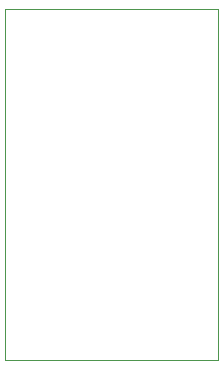
<source format=gbr>
%TF.GenerationSoftware,Altium Limited,Altium Designer,22.2.1 (43)*%
G04 Layer_Color=0*
%FSLAX45Y45*%
%MOMM*%
%TF.SameCoordinates,D68F7B63-5BB6-472D-936E-BE577255EEBD*%
%TF.FilePolarity,Positive*%
%TF.FileFunction,Profile,NP*%
%TF.Part,Single*%
G01*
G75*
%TA.AperFunction,Profile*%
%ADD50C,0.02540*%
D50*
X7734300Y5715000D02*
Y8686800D01*
X9534301D01*
Y5715000D01*
X7734300D01*
%TF.MD5,c32fe0f93111b0c08ce6eff17af7174e*%
M02*

</source>
